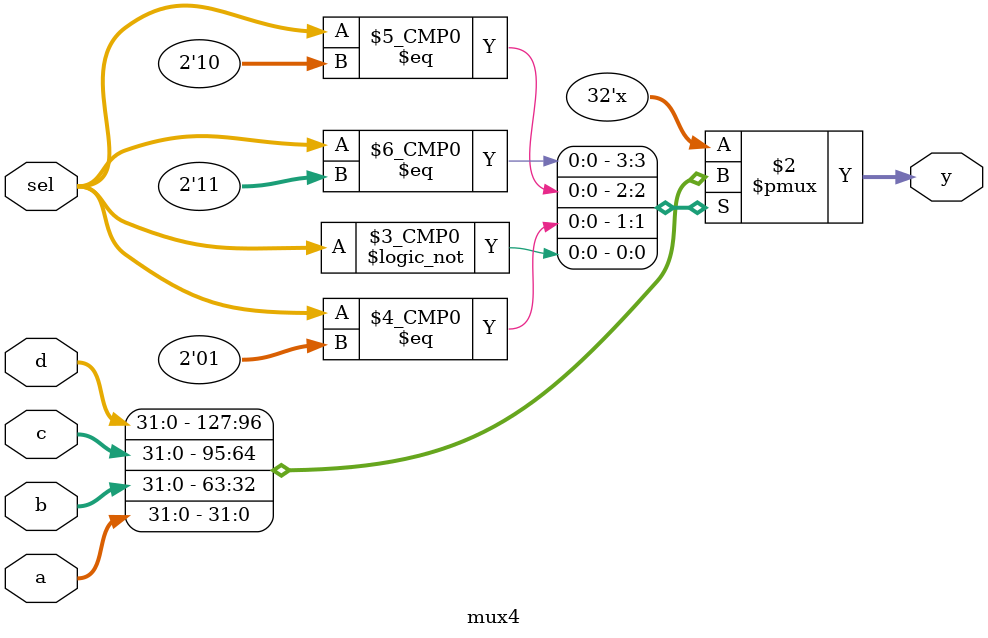
<source format=v>
`timescale 1ns / 1ps


 module mux4 #(parameter mux_width= 32)
  (   input [mux_width-1:0] a,b,c,d,
      input [1:0] sel,
      output reg [mux_width-1:0] y
  );
      always@(*)
      begin
        case(sel)
            2'b11: y = d;
            2'b10: y = c;
            2'b01: y = b;
            2'b00: y = a;
        endcase
      end
 endmodule
</source>
